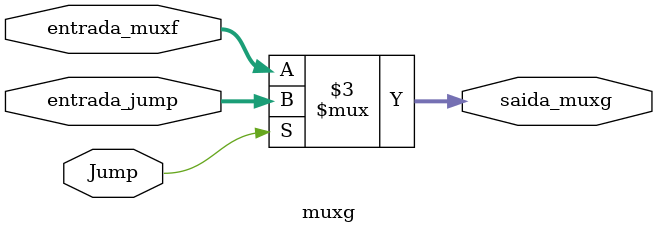
<source format=v>
module muxg (entrada_muxf, entrada_jump, Jump, saida_muxg);

	input [31:0]entrada_muxf;
	input [31:0]entrada_jump;
	input Jump;
	
	output reg [31:0]saida_muxg;
	
	always @(*)
	begin
		if (Jump) saida_muxg = entrada_jump;
		else saida_muxg = entrada_muxf;
	
	end
	


endmodule 
</source>
